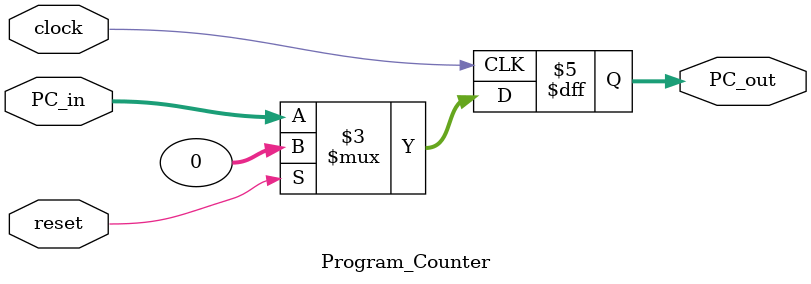
<source format=v>
module Program_Counter #(parameter PC_SIZE=32)
(   
    input wire clock,
    input wire reset,
    input wire [PC_SIZE-1:0] PC_in,
    output reg [PC_SIZE-1:0] PC_out
);

    always@(posedge clock) begin
        if(reset)begin
            PC_out <= 0;
        end
        else begin
            PC_out <= PC_in;
        end
    end

endmodule
</source>
